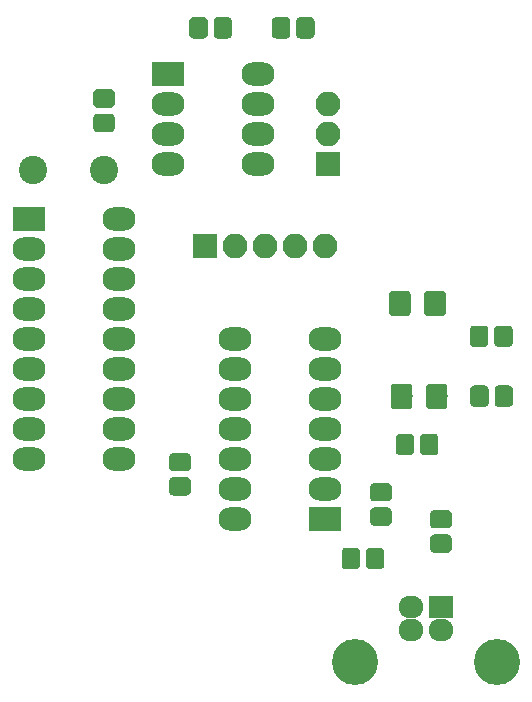
<source format=gts>
G04 #@! TF.GenerationSoftware,KiCad,Pcbnew,5.0.0*
G04 #@! TF.CreationDate,2018-09-18T18:27:37-04:00*
G04 #@! TF.ProjectId,usbdbg,7573626462672E6B696361645F706362,rev?*
G04 #@! TF.SameCoordinates,Original*
G04 #@! TF.FileFunction,Soldermask,Top*
G04 #@! TF.FilePolarity,Negative*
%FSLAX46Y46*%
G04 Gerber Fmt 4.6, Leading zero omitted, Abs format (unit mm)*
G04 Created by KiCad (PCBNEW 5.0.0) date Tue Sep 18 18:27:37 2018*
%MOMM*%
%LPD*%
G01*
G04 APERTURE LIST*
%ADD10R,2.100000X2.100000*%
%ADD11O,2.100000X2.100000*%
%ADD12R,2.800000X2.000000*%
%ADD13O,2.800000X2.000000*%
%ADD14C,0.100000*%
%ADD15C,1.550000*%
%ADD16R,2.100000X1.900000*%
%ADD17O,2.100000X1.900000*%
%ADD18C,3.900000*%
%ADD19C,1.825000*%
%ADD20C,2.400000*%
G04 APERTURE END LIST*
D10*
G04 #@! TO.C,J3*
X151000000Y-72540000D03*
D11*
X151000000Y-70000000D03*
X151000000Y-67460000D03*
G04 #@! TD*
D12*
G04 #@! TO.C,U1*
X137380000Y-64920000D03*
D13*
X145000000Y-72540000D03*
X137380000Y-67460000D03*
X145000000Y-70000000D03*
X137380000Y-70000000D03*
X145000000Y-67460000D03*
X137380000Y-72540000D03*
X145000000Y-64920000D03*
G04 #@! TD*
D14*
G04 #@! TO.C,C1*
G36*
X132596071Y-66201623D02*
X132628781Y-66206475D01*
X132660857Y-66214509D01*
X132691991Y-66225649D01*
X132721884Y-66239787D01*
X132750247Y-66256787D01*
X132776807Y-66276485D01*
X132801308Y-66298692D01*
X132823515Y-66323193D01*
X132843213Y-66349753D01*
X132860213Y-66378116D01*
X132874351Y-66408009D01*
X132885491Y-66439143D01*
X132893525Y-66471219D01*
X132898377Y-66503929D01*
X132900000Y-66536956D01*
X132900000Y-67413044D01*
X132898377Y-67446071D01*
X132893525Y-67478781D01*
X132885491Y-67510857D01*
X132874351Y-67541991D01*
X132860213Y-67571884D01*
X132843213Y-67600247D01*
X132823515Y-67626807D01*
X132801308Y-67651308D01*
X132776807Y-67673515D01*
X132750247Y-67693213D01*
X132721884Y-67710213D01*
X132691991Y-67724351D01*
X132660857Y-67735491D01*
X132628781Y-67743525D01*
X132596071Y-67748377D01*
X132563044Y-67750000D01*
X131436956Y-67750000D01*
X131403929Y-67748377D01*
X131371219Y-67743525D01*
X131339143Y-67735491D01*
X131308009Y-67724351D01*
X131278116Y-67710213D01*
X131249753Y-67693213D01*
X131223193Y-67673515D01*
X131198692Y-67651308D01*
X131176485Y-67626807D01*
X131156787Y-67600247D01*
X131139787Y-67571884D01*
X131125649Y-67541991D01*
X131114509Y-67510857D01*
X131106475Y-67478781D01*
X131101623Y-67446071D01*
X131100000Y-67413044D01*
X131100000Y-66536956D01*
X131101623Y-66503929D01*
X131106475Y-66471219D01*
X131114509Y-66439143D01*
X131125649Y-66408009D01*
X131139787Y-66378116D01*
X131156787Y-66349753D01*
X131176485Y-66323193D01*
X131198692Y-66298692D01*
X131223193Y-66276485D01*
X131249753Y-66256787D01*
X131278116Y-66239787D01*
X131308009Y-66225649D01*
X131339143Y-66214509D01*
X131371219Y-66206475D01*
X131403929Y-66201623D01*
X131436956Y-66200000D01*
X132563044Y-66200000D01*
X132596071Y-66201623D01*
X132596071Y-66201623D01*
G37*
D15*
X132000000Y-66975000D03*
D14*
G36*
X132596071Y-68251623D02*
X132628781Y-68256475D01*
X132660857Y-68264509D01*
X132691991Y-68275649D01*
X132721884Y-68289787D01*
X132750247Y-68306787D01*
X132776807Y-68326485D01*
X132801308Y-68348692D01*
X132823515Y-68373193D01*
X132843213Y-68399753D01*
X132860213Y-68428116D01*
X132874351Y-68458009D01*
X132885491Y-68489143D01*
X132893525Y-68521219D01*
X132898377Y-68553929D01*
X132900000Y-68586956D01*
X132900000Y-69463044D01*
X132898377Y-69496071D01*
X132893525Y-69528781D01*
X132885491Y-69560857D01*
X132874351Y-69591991D01*
X132860213Y-69621884D01*
X132843213Y-69650247D01*
X132823515Y-69676807D01*
X132801308Y-69701308D01*
X132776807Y-69723515D01*
X132750247Y-69743213D01*
X132721884Y-69760213D01*
X132691991Y-69774351D01*
X132660857Y-69785491D01*
X132628781Y-69793525D01*
X132596071Y-69798377D01*
X132563044Y-69800000D01*
X131436956Y-69800000D01*
X131403929Y-69798377D01*
X131371219Y-69793525D01*
X131339143Y-69785491D01*
X131308009Y-69774351D01*
X131278116Y-69760213D01*
X131249753Y-69743213D01*
X131223193Y-69723515D01*
X131198692Y-69701308D01*
X131176485Y-69676807D01*
X131156787Y-69650247D01*
X131139787Y-69621884D01*
X131125649Y-69591991D01*
X131114509Y-69560857D01*
X131106475Y-69528781D01*
X131101623Y-69496071D01*
X131100000Y-69463044D01*
X131100000Y-68586956D01*
X131101623Y-68553929D01*
X131106475Y-68521219D01*
X131114509Y-68489143D01*
X131125649Y-68458009D01*
X131139787Y-68428116D01*
X131156787Y-68399753D01*
X131176485Y-68373193D01*
X131198692Y-68348692D01*
X131223193Y-68326485D01*
X131249753Y-68306787D01*
X131278116Y-68289787D01*
X131308009Y-68275649D01*
X131339143Y-68264509D01*
X131371219Y-68256475D01*
X131403929Y-68251623D01*
X131436956Y-68250000D01*
X132563044Y-68250000D01*
X132596071Y-68251623D01*
X132596071Y-68251623D01*
G37*
D15*
X132000000Y-69025000D03*
G04 #@! TD*
D14*
G04 #@! TO.C,C2*
G36*
X139026071Y-96998623D02*
X139058781Y-97003475D01*
X139090857Y-97011509D01*
X139121991Y-97022649D01*
X139151884Y-97036787D01*
X139180247Y-97053787D01*
X139206807Y-97073485D01*
X139231308Y-97095692D01*
X139253515Y-97120193D01*
X139273213Y-97146753D01*
X139290213Y-97175116D01*
X139304351Y-97205009D01*
X139315491Y-97236143D01*
X139323525Y-97268219D01*
X139328377Y-97300929D01*
X139330000Y-97333956D01*
X139330000Y-98210044D01*
X139328377Y-98243071D01*
X139323525Y-98275781D01*
X139315491Y-98307857D01*
X139304351Y-98338991D01*
X139290213Y-98368884D01*
X139273213Y-98397247D01*
X139253515Y-98423807D01*
X139231308Y-98448308D01*
X139206807Y-98470515D01*
X139180247Y-98490213D01*
X139151884Y-98507213D01*
X139121991Y-98521351D01*
X139090857Y-98532491D01*
X139058781Y-98540525D01*
X139026071Y-98545377D01*
X138993044Y-98547000D01*
X137866956Y-98547000D01*
X137833929Y-98545377D01*
X137801219Y-98540525D01*
X137769143Y-98532491D01*
X137738009Y-98521351D01*
X137708116Y-98507213D01*
X137679753Y-98490213D01*
X137653193Y-98470515D01*
X137628692Y-98448308D01*
X137606485Y-98423807D01*
X137586787Y-98397247D01*
X137569787Y-98368884D01*
X137555649Y-98338991D01*
X137544509Y-98307857D01*
X137536475Y-98275781D01*
X137531623Y-98243071D01*
X137530000Y-98210044D01*
X137530000Y-97333956D01*
X137531623Y-97300929D01*
X137536475Y-97268219D01*
X137544509Y-97236143D01*
X137555649Y-97205009D01*
X137569787Y-97175116D01*
X137586787Y-97146753D01*
X137606485Y-97120193D01*
X137628692Y-97095692D01*
X137653193Y-97073485D01*
X137679753Y-97053787D01*
X137708116Y-97036787D01*
X137738009Y-97022649D01*
X137769143Y-97011509D01*
X137801219Y-97003475D01*
X137833929Y-96998623D01*
X137866956Y-96997000D01*
X138993044Y-96997000D01*
X139026071Y-96998623D01*
X139026071Y-96998623D01*
G37*
D15*
X138430000Y-97772000D03*
D14*
G36*
X139026071Y-99048623D02*
X139058781Y-99053475D01*
X139090857Y-99061509D01*
X139121991Y-99072649D01*
X139151884Y-99086787D01*
X139180247Y-99103787D01*
X139206807Y-99123485D01*
X139231308Y-99145692D01*
X139253515Y-99170193D01*
X139273213Y-99196753D01*
X139290213Y-99225116D01*
X139304351Y-99255009D01*
X139315491Y-99286143D01*
X139323525Y-99318219D01*
X139328377Y-99350929D01*
X139330000Y-99383956D01*
X139330000Y-100260044D01*
X139328377Y-100293071D01*
X139323525Y-100325781D01*
X139315491Y-100357857D01*
X139304351Y-100388991D01*
X139290213Y-100418884D01*
X139273213Y-100447247D01*
X139253515Y-100473807D01*
X139231308Y-100498308D01*
X139206807Y-100520515D01*
X139180247Y-100540213D01*
X139151884Y-100557213D01*
X139121991Y-100571351D01*
X139090857Y-100582491D01*
X139058781Y-100590525D01*
X139026071Y-100595377D01*
X138993044Y-100597000D01*
X137866956Y-100597000D01*
X137833929Y-100595377D01*
X137801219Y-100590525D01*
X137769143Y-100582491D01*
X137738009Y-100571351D01*
X137708116Y-100557213D01*
X137679753Y-100540213D01*
X137653193Y-100520515D01*
X137628692Y-100498308D01*
X137606485Y-100473807D01*
X137586787Y-100447247D01*
X137569787Y-100418884D01*
X137555649Y-100388991D01*
X137544509Y-100357857D01*
X137536475Y-100325781D01*
X137531623Y-100293071D01*
X137530000Y-100260044D01*
X137530000Y-99383956D01*
X137531623Y-99350929D01*
X137536475Y-99318219D01*
X137544509Y-99286143D01*
X137555649Y-99255009D01*
X137569787Y-99225116D01*
X137586787Y-99196753D01*
X137606485Y-99170193D01*
X137628692Y-99145692D01*
X137653193Y-99123485D01*
X137679753Y-99103787D01*
X137708116Y-99086787D01*
X137738009Y-99072649D01*
X137769143Y-99061509D01*
X137801219Y-99053475D01*
X137833929Y-99048623D01*
X137866956Y-99047000D01*
X138993044Y-99047000D01*
X139026071Y-99048623D01*
X139026071Y-99048623D01*
G37*
D15*
X138430000Y-99822000D03*
G04 #@! TD*
D14*
G04 #@! TO.C,C3*
G36*
X155420071Y-105019623D02*
X155452781Y-105024475D01*
X155484857Y-105032509D01*
X155515991Y-105043649D01*
X155545884Y-105057787D01*
X155574247Y-105074787D01*
X155600807Y-105094485D01*
X155625308Y-105116692D01*
X155647515Y-105141193D01*
X155667213Y-105167753D01*
X155684213Y-105196116D01*
X155698351Y-105226009D01*
X155709491Y-105257143D01*
X155717525Y-105289219D01*
X155722377Y-105321929D01*
X155724000Y-105354956D01*
X155724000Y-106481044D01*
X155722377Y-106514071D01*
X155717525Y-106546781D01*
X155709491Y-106578857D01*
X155698351Y-106609991D01*
X155684213Y-106639884D01*
X155667213Y-106668247D01*
X155647515Y-106694807D01*
X155625308Y-106719308D01*
X155600807Y-106741515D01*
X155574247Y-106761213D01*
X155545884Y-106778213D01*
X155515991Y-106792351D01*
X155484857Y-106803491D01*
X155452781Y-106811525D01*
X155420071Y-106816377D01*
X155387044Y-106818000D01*
X154510956Y-106818000D01*
X154477929Y-106816377D01*
X154445219Y-106811525D01*
X154413143Y-106803491D01*
X154382009Y-106792351D01*
X154352116Y-106778213D01*
X154323753Y-106761213D01*
X154297193Y-106741515D01*
X154272692Y-106719308D01*
X154250485Y-106694807D01*
X154230787Y-106668247D01*
X154213787Y-106639884D01*
X154199649Y-106609991D01*
X154188509Y-106578857D01*
X154180475Y-106546781D01*
X154175623Y-106514071D01*
X154174000Y-106481044D01*
X154174000Y-105354956D01*
X154175623Y-105321929D01*
X154180475Y-105289219D01*
X154188509Y-105257143D01*
X154199649Y-105226009D01*
X154213787Y-105196116D01*
X154230787Y-105167753D01*
X154250485Y-105141193D01*
X154272692Y-105116692D01*
X154297193Y-105094485D01*
X154323753Y-105074787D01*
X154352116Y-105057787D01*
X154382009Y-105043649D01*
X154413143Y-105032509D01*
X154445219Y-105024475D01*
X154477929Y-105019623D01*
X154510956Y-105018000D01*
X155387044Y-105018000D01*
X155420071Y-105019623D01*
X155420071Y-105019623D01*
G37*
D15*
X154949000Y-105918000D03*
D14*
G36*
X153370071Y-105019623D02*
X153402781Y-105024475D01*
X153434857Y-105032509D01*
X153465991Y-105043649D01*
X153495884Y-105057787D01*
X153524247Y-105074787D01*
X153550807Y-105094485D01*
X153575308Y-105116692D01*
X153597515Y-105141193D01*
X153617213Y-105167753D01*
X153634213Y-105196116D01*
X153648351Y-105226009D01*
X153659491Y-105257143D01*
X153667525Y-105289219D01*
X153672377Y-105321929D01*
X153674000Y-105354956D01*
X153674000Y-106481044D01*
X153672377Y-106514071D01*
X153667525Y-106546781D01*
X153659491Y-106578857D01*
X153648351Y-106609991D01*
X153634213Y-106639884D01*
X153617213Y-106668247D01*
X153597515Y-106694807D01*
X153575308Y-106719308D01*
X153550807Y-106741515D01*
X153524247Y-106761213D01*
X153495884Y-106778213D01*
X153465991Y-106792351D01*
X153434857Y-106803491D01*
X153402781Y-106811525D01*
X153370071Y-106816377D01*
X153337044Y-106818000D01*
X152460956Y-106818000D01*
X152427929Y-106816377D01*
X152395219Y-106811525D01*
X152363143Y-106803491D01*
X152332009Y-106792351D01*
X152302116Y-106778213D01*
X152273753Y-106761213D01*
X152247193Y-106741515D01*
X152222692Y-106719308D01*
X152200485Y-106694807D01*
X152180787Y-106668247D01*
X152163787Y-106639884D01*
X152149649Y-106609991D01*
X152138509Y-106578857D01*
X152130475Y-106546781D01*
X152125623Y-106514071D01*
X152124000Y-106481044D01*
X152124000Y-105354956D01*
X152125623Y-105321929D01*
X152130475Y-105289219D01*
X152138509Y-105257143D01*
X152149649Y-105226009D01*
X152163787Y-105196116D01*
X152180787Y-105167753D01*
X152200485Y-105141193D01*
X152222692Y-105116692D01*
X152247193Y-105094485D01*
X152273753Y-105074787D01*
X152302116Y-105057787D01*
X152332009Y-105043649D01*
X152363143Y-105032509D01*
X152395219Y-105024475D01*
X152427929Y-105019623D01*
X152460956Y-105018000D01*
X153337044Y-105018000D01*
X153370071Y-105019623D01*
X153370071Y-105019623D01*
G37*
D15*
X152899000Y-105918000D03*
G04 #@! TD*
D14*
G04 #@! TO.C,C4*
G36*
X142521071Y-60101623D02*
X142553781Y-60106475D01*
X142585857Y-60114509D01*
X142616991Y-60125649D01*
X142646884Y-60139787D01*
X142675247Y-60156787D01*
X142701807Y-60176485D01*
X142726308Y-60198692D01*
X142748515Y-60223193D01*
X142768213Y-60249753D01*
X142785213Y-60278116D01*
X142799351Y-60308009D01*
X142810491Y-60339143D01*
X142818525Y-60371219D01*
X142823377Y-60403929D01*
X142825000Y-60436956D01*
X142825000Y-61563044D01*
X142823377Y-61596071D01*
X142818525Y-61628781D01*
X142810491Y-61660857D01*
X142799351Y-61691991D01*
X142785213Y-61721884D01*
X142768213Y-61750247D01*
X142748515Y-61776807D01*
X142726308Y-61801308D01*
X142701807Y-61823515D01*
X142675247Y-61843213D01*
X142646884Y-61860213D01*
X142616991Y-61874351D01*
X142585857Y-61885491D01*
X142553781Y-61893525D01*
X142521071Y-61898377D01*
X142488044Y-61900000D01*
X141611956Y-61900000D01*
X141578929Y-61898377D01*
X141546219Y-61893525D01*
X141514143Y-61885491D01*
X141483009Y-61874351D01*
X141453116Y-61860213D01*
X141424753Y-61843213D01*
X141398193Y-61823515D01*
X141373692Y-61801308D01*
X141351485Y-61776807D01*
X141331787Y-61750247D01*
X141314787Y-61721884D01*
X141300649Y-61691991D01*
X141289509Y-61660857D01*
X141281475Y-61628781D01*
X141276623Y-61596071D01*
X141275000Y-61563044D01*
X141275000Y-60436956D01*
X141276623Y-60403929D01*
X141281475Y-60371219D01*
X141289509Y-60339143D01*
X141300649Y-60308009D01*
X141314787Y-60278116D01*
X141331787Y-60249753D01*
X141351485Y-60223193D01*
X141373692Y-60198692D01*
X141398193Y-60176485D01*
X141424753Y-60156787D01*
X141453116Y-60139787D01*
X141483009Y-60125649D01*
X141514143Y-60114509D01*
X141546219Y-60106475D01*
X141578929Y-60101623D01*
X141611956Y-60100000D01*
X142488044Y-60100000D01*
X142521071Y-60101623D01*
X142521071Y-60101623D01*
G37*
D15*
X142050000Y-61000000D03*
D14*
G36*
X140471071Y-60101623D02*
X140503781Y-60106475D01*
X140535857Y-60114509D01*
X140566991Y-60125649D01*
X140596884Y-60139787D01*
X140625247Y-60156787D01*
X140651807Y-60176485D01*
X140676308Y-60198692D01*
X140698515Y-60223193D01*
X140718213Y-60249753D01*
X140735213Y-60278116D01*
X140749351Y-60308009D01*
X140760491Y-60339143D01*
X140768525Y-60371219D01*
X140773377Y-60403929D01*
X140775000Y-60436956D01*
X140775000Y-61563044D01*
X140773377Y-61596071D01*
X140768525Y-61628781D01*
X140760491Y-61660857D01*
X140749351Y-61691991D01*
X140735213Y-61721884D01*
X140718213Y-61750247D01*
X140698515Y-61776807D01*
X140676308Y-61801308D01*
X140651807Y-61823515D01*
X140625247Y-61843213D01*
X140596884Y-61860213D01*
X140566991Y-61874351D01*
X140535857Y-61885491D01*
X140503781Y-61893525D01*
X140471071Y-61898377D01*
X140438044Y-61900000D01*
X139561956Y-61900000D01*
X139528929Y-61898377D01*
X139496219Y-61893525D01*
X139464143Y-61885491D01*
X139433009Y-61874351D01*
X139403116Y-61860213D01*
X139374753Y-61843213D01*
X139348193Y-61823515D01*
X139323692Y-61801308D01*
X139301485Y-61776807D01*
X139281787Y-61750247D01*
X139264787Y-61721884D01*
X139250649Y-61691991D01*
X139239509Y-61660857D01*
X139231475Y-61628781D01*
X139226623Y-61596071D01*
X139225000Y-61563044D01*
X139225000Y-60436956D01*
X139226623Y-60403929D01*
X139231475Y-60371219D01*
X139239509Y-60339143D01*
X139250649Y-60308009D01*
X139264787Y-60278116D01*
X139281787Y-60249753D01*
X139301485Y-60223193D01*
X139323692Y-60198692D01*
X139348193Y-60176485D01*
X139374753Y-60156787D01*
X139403116Y-60139787D01*
X139433009Y-60125649D01*
X139464143Y-60114509D01*
X139496219Y-60106475D01*
X139528929Y-60101623D01*
X139561956Y-60100000D01*
X140438044Y-60100000D01*
X140471071Y-60101623D01*
X140471071Y-60101623D01*
G37*
D15*
X140000000Y-61000000D03*
G04 #@! TD*
D10*
G04 #@! TO.C,J2*
X140568000Y-79444000D03*
D11*
X143108000Y-79444000D03*
X145648000Y-79444000D03*
X148188000Y-79444000D03*
X150728000Y-79444000D03*
G04 #@! TD*
D16*
G04 #@! TO.C,J1*
X160500000Y-110000000D03*
D17*
X158000000Y-110000000D03*
X158000000Y-112000000D03*
X160500000Y-112000000D03*
D18*
X165270000Y-114710000D03*
X153230000Y-114710000D03*
G04 #@! TD*
D14*
G04 #@! TO.C,D1*
G36*
X160643707Y-83254542D02*
X160674787Y-83259152D01*
X160705266Y-83266787D01*
X160734850Y-83277372D01*
X160763254Y-83290806D01*
X160790204Y-83306959D01*
X160815442Y-83325677D01*
X160838723Y-83346777D01*
X160859823Y-83370058D01*
X160878541Y-83395296D01*
X160894694Y-83422246D01*
X160908128Y-83450650D01*
X160918713Y-83480234D01*
X160926348Y-83510713D01*
X160930958Y-83541793D01*
X160932500Y-83573176D01*
X160932500Y-85082824D01*
X160930958Y-85114207D01*
X160926348Y-85145287D01*
X160918713Y-85175766D01*
X160908128Y-85205350D01*
X160894694Y-85233754D01*
X160878541Y-85260704D01*
X160859823Y-85285942D01*
X160838723Y-85309223D01*
X160815442Y-85330323D01*
X160790204Y-85349041D01*
X160763254Y-85365194D01*
X160734850Y-85378628D01*
X160705266Y-85389213D01*
X160674787Y-85396848D01*
X160643707Y-85401458D01*
X160612324Y-85403000D01*
X159427676Y-85403000D01*
X159396293Y-85401458D01*
X159365213Y-85396848D01*
X159334734Y-85389213D01*
X159305150Y-85378628D01*
X159276746Y-85365194D01*
X159249796Y-85349041D01*
X159224558Y-85330323D01*
X159201277Y-85309223D01*
X159180177Y-85285942D01*
X159161459Y-85260704D01*
X159145306Y-85233754D01*
X159131872Y-85205350D01*
X159121287Y-85175766D01*
X159113652Y-85145287D01*
X159109042Y-85114207D01*
X159107500Y-85082824D01*
X159107500Y-83573176D01*
X159109042Y-83541793D01*
X159113652Y-83510713D01*
X159121287Y-83480234D01*
X159131872Y-83450650D01*
X159145306Y-83422246D01*
X159161459Y-83395296D01*
X159180177Y-83370058D01*
X159201277Y-83346777D01*
X159224558Y-83325677D01*
X159249796Y-83306959D01*
X159276746Y-83290806D01*
X159305150Y-83277372D01*
X159334734Y-83266787D01*
X159365213Y-83259152D01*
X159396293Y-83254542D01*
X159427676Y-83253000D01*
X160612324Y-83253000D01*
X160643707Y-83254542D01*
X160643707Y-83254542D01*
G37*
D19*
X160020000Y-84328000D03*
D14*
G36*
X157668707Y-83254542D02*
X157699787Y-83259152D01*
X157730266Y-83266787D01*
X157759850Y-83277372D01*
X157788254Y-83290806D01*
X157815204Y-83306959D01*
X157840442Y-83325677D01*
X157863723Y-83346777D01*
X157884823Y-83370058D01*
X157903541Y-83395296D01*
X157919694Y-83422246D01*
X157933128Y-83450650D01*
X157943713Y-83480234D01*
X157951348Y-83510713D01*
X157955958Y-83541793D01*
X157957500Y-83573176D01*
X157957500Y-85082824D01*
X157955958Y-85114207D01*
X157951348Y-85145287D01*
X157943713Y-85175766D01*
X157933128Y-85205350D01*
X157919694Y-85233754D01*
X157903541Y-85260704D01*
X157884823Y-85285942D01*
X157863723Y-85309223D01*
X157840442Y-85330323D01*
X157815204Y-85349041D01*
X157788254Y-85365194D01*
X157759850Y-85378628D01*
X157730266Y-85389213D01*
X157699787Y-85396848D01*
X157668707Y-85401458D01*
X157637324Y-85403000D01*
X156452676Y-85403000D01*
X156421293Y-85401458D01*
X156390213Y-85396848D01*
X156359734Y-85389213D01*
X156330150Y-85378628D01*
X156301746Y-85365194D01*
X156274796Y-85349041D01*
X156249558Y-85330323D01*
X156226277Y-85309223D01*
X156205177Y-85285942D01*
X156186459Y-85260704D01*
X156170306Y-85233754D01*
X156156872Y-85205350D01*
X156146287Y-85175766D01*
X156138652Y-85145287D01*
X156134042Y-85114207D01*
X156132500Y-85082824D01*
X156132500Y-83573176D01*
X156134042Y-83541793D01*
X156138652Y-83510713D01*
X156146287Y-83480234D01*
X156156872Y-83450650D01*
X156170306Y-83422246D01*
X156186459Y-83395296D01*
X156205177Y-83370058D01*
X156226277Y-83346777D01*
X156249558Y-83325677D01*
X156274796Y-83306959D01*
X156301746Y-83290806D01*
X156330150Y-83277372D01*
X156359734Y-83266787D01*
X156390213Y-83259152D01*
X156421293Y-83254542D01*
X156452676Y-83253000D01*
X157637324Y-83253000D01*
X157668707Y-83254542D01*
X157668707Y-83254542D01*
G37*
D19*
X157045000Y-84328000D03*
G04 #@! TD*
D14*
G04 #@! TO.C,D2*
G36*
X157816707Y-91128542D02*
X157847787Y-91133152D01*
X157878266Y-91140787D01*
X157907850Y-91151372D01*
X157936254Y-91164806D01*
X157963204Y-91180959D01*
X157988442Y-91199677D01*
X158011723Y-91220777D01*
X158032823Y-91244058D01*
X158051541Y-91269296D01*
X158067694Y-91296246D01*
X158081128Y-91324650D01*
X158091713Y-91354234D01*
X158099348Y-91384713D01*
X158103958Y-91415793D01*
X158105500Y-91447176D01*
X158105500Y-92956824D01*
X158103958Y-92988207D01*
X158099348Y-93019287D01*
X158091713Y-93049766D01*
X158081128Y-93079350D01*
X158067694Y-93107754D01*
X158051541Y-93134704D01*
X158032823Y-93159942D01*
X158011723Y-93183223D01*
X157988442Y-93204323D01*
X157963204Y-93223041D01*
X157936254Y-93239194D01*
X157907850Y-93252628D01*
X157878266Y-93263213D01*
X157847787Y-93270848D01*
X157816707Y-93275458D01*
X157785324Y-93277000D01*
X156600676Y-93277000D01*
X156569293Y-93275458D01*
X156538213Y-93270848D01*
X156507734Y-93263213D01*
X156478150Y-93252628D01*
X156449746Y-93239194D01*
X156422796Y-93223041D01*
X156397558Y-93204323D01*
X156374277Y-93183223D01*
X156353177Y-93159942D01*
X156334459Y-93134704D01*
X156318306Y-93107754D01*
X156304872Y-93079350D01*
X156294287Y-93049766D01*
X156286652Y-93019287D01*
X156282042Y-92988207D01*
X156280500Y-92956824D01*
X156280500Y-91447176D01*
X156282042Y-91415793D01*
X156286652Y-91384713D01*
X156294287Y-91354234D01*
X156304872Y-91324650D01*
X156318306Y-91296246D01*
X156334459Y-91269296D01*
X156353177Y-91244058D01*
X156374277Y-91220777D01*
X156397558Y-91199677D01*
X156422796Y-91180959D01*
X156449746Y-91164806D01*
X156478150Y-91151372D01*
X156507734Y-91140787D01*
X156538213Y-91133152D01*
X156569293Y-91128542D01*
X156600676Y-91127000D01*
X157785324Y-91127000D01*
X157816707Y-91128542D01*
X157816707Y-91128542D01*
G37*
D19*
X157193000Y-92202000D03*
D14*
G36*
X160791707Y-91128542D02*
X160822787Y-91133152D01*
X160853266Y-91140787D01*
X160882850Y-91151372D01*
X160911254Y-91164806D01*
X160938204Y-91180959D01*
X160963442Y-91199677D01*
X160986723Y-91220777D01*
X161007823Y-91244058D01*
X161026541Y-91269296D01*
X161042694Y-91296246D01*
X161056128Y-91324650D01*
X161066713Y-91354234D01*
X161074348Y-91384713D01*
X161078958Y-91415793D01*
X161080500Y-91447176D01*
X161080500Y-92956824D01*
X161078958Y-92988207D01*
X161074348Y-93019287D01*
X161066713Y-93049766D01*
X161056128Y-93079350D01*
X161042694Y-93107754D01*
X161026541Y-93134704D01*
X161007823Y-93159942D01*
X160986723Y-93183223D01*
X160963442Y-93204323D01*
X160938204Y-93223041D01*
X160911254Y-93239194D01*
X160882850Y-93252628D01*
X160853266Y-93263213D01*
X160822787Y-93270848D01*
X160791707Y-93275458D01*
X160760324Y-93277000D01*
X159575676Y-93277000D01*
X159544293Y-93275458D01*
X159513213Y-93270848D01*
X159482734Y-93263213D01*
X159453150Y-93252628D01*
X159424746Y-93239194D01*
X159397796Y-93223041D01*
X159372558Y-93204323D01*
X159349277Y-93183223D01*
X159328177Y-93159942D01*
X159309459Y-93134704D01*
X159293306Y-93107754D01*
X159279872Y-93079350D01*
X159269287Y-93049766D01*
X159261652Y-93019287D01*
X159257042Y-92988207D01*
X159255500Y-92956824D01*
X159255500Y-91447176D01*
X159257042Y-91415793D01*
X159261652Y-91384713D01*
X159269287Y-91354234D01*
X159279872Y-91324650D01*
X159293306Y-91296246D01*
X159309459Y-91269296D01*
X159328177Y-91244058D01*
X159349277Y-91220777D01*
X159372558Y-91199677D01*
X159397796Y-91180959D01*
X159424746Y-91164806D01*
X159453150Y-91151372D01*
X159482734Y-91140787D01*
X159513213Y-91133152D01*
X159544293Y-91128542D01*
X159575676Y-91127000D01*
X160760324Y-91127000D01*
X160791707Y-91128542D01*
X160791707Y-91128542D01*
G37*
D19*
X160168000Y-92202000D03*
G04 #@! TD*
D12*
G04 #@! TO.C,U2*
X150668000Y-102544000D03*
D13*
X143048000Y-87304000D03*
X150668000Y-100004000D03*
X143048000Y-89844000D03*
X150668000Y-97464000D03*
X143048000Y-92384000D03*
X150668000Y-94924000D03*
X143048000Y-94924000D03*
X150668000Y-92384000D03*
X143048000Y-97464000D03*
X150668000Y-89844000D03*
X143048000Y-100004000D03*
X150668000Y-87304000D03*
X143048000Y-102544000D03*
G04 #@! TD*
D12*
G04 #@! TO.C,U3*
X125668000Y-77144000D03*
D13*
X133288000Y-97464000D03*
X125668000Y-79684000D03*
X133288000Y-94924000D03*
X125668000Y-82224000D03*
X133288000Y-92384000D03*
X125668000Y-84764000D03*
X133288000Y-89844000D03*
X125668000Y-87304000D03*
X133288000Y-87304000D03*
X125668000Y-89844000D03*
X133288000Y-84764000D03*
X125668000Y-92384000D03*
X133288000Y-82224000D03*
X125668000Y-94924000D03*
X133288000Y-79684000D03*
X125668000Y-97464000D03*
X133288000Y-77144000D03*
G04 #@! TD*
D14*
G04 #@! TO.C,R1*
G36*
X161124071Y-103883623D02*
X161156781Y-103888475D01*
X161188857Y-103896509D01*
X161219991Y-103907649D01*
X161249884Y-103921787D01*
X161278247Y-103938787D01*
X161304807Y-103958485D01*
X161329308Y-103980692D01*
X161351515Y-104005193D01*
X161371213Y-104031753D01*
X161388213Y-104060116D01*
X161402351Y-104090009D01*
X161413491Y-104121143D01*
X161421525Y-104153219D01*
X161426377Y-104185929D01*
X161428000Y-104218956D01*
X161428000Y-105095044D01*
X161426377Y-105128071D01*
X161421525Y-105160781D01*
X161413491Y-105192857D01*
X161402351Y-105223991D01*
X161388213Y-105253884D01*
X161371213Y-105282247D01*
X161351515Y-105308807D01*
X161329308Y-105333308D01*
X161304807Y-105355515D01*
X161278247Y-105375213D01*
X161249884Y-105392213D01*
X161219991Y-105406351D01*
X161188857Y-105417491D01*
X161156781Y-105425525D01*
X161124071Y-105430377D01*
X161091044Y-105432000D01*
X159964956Y-105432000D01*
X159931929Y-105430377D01*
X159899219Y-105425525D01*
X159867143Y-105417491D01*
X159836009Y-105406351D01*
X159806116Y-105392213D01*
X159777753Y-105375213D01*
X159751193Y-105355515D01*
X159726692Y-105333308D01*
X159704485Y-105308807D01*
X159684787Y-105282247D01*
X159667787Y-105253884D01*
X159653649Y-105223991D01*
X159642509Y-105192857D01*
X159634475Y-105160781D01*
X159629623Y-105128071D01*
X159628000Y-105095044D01*
X159628000Y-104218956D01*
X159629623Y-104185929D01*
X159634475Y-104153219D01*
X159642509Y-104121143D01*
X159653649Y-104090009D01*
X159667787Y-104060116D01*
X159684787Y-104031753D01*
X159704485Y-104005193D01*
X159726692Y-103980692D01*
X159751193Y-103958485D01*
X159777753Y-103938787D01*
X159806116Y-103921787D01*
X159836009Y-103907649D01*
X159867143Y-103896509D01*
X159899219Y-103888475D01*
X159931929Y-103883623D01*
X159964956Y-103882000D01*
X161091044Y-103882000D01*
X161124071Y-103883623D01*
X161124071Y-103883623D01*
G37*
D15*
X160528000Y-104657000D03*
D14*
G36*
X161124071Y-101833623D02*
X161156781Y-101838475D01*
X161188857Y-101846509D01*
X161219991Y-101857649D01*
X161249884Y-101871787D01*
X161278247Y-101888787D01*
X161304807Y-101908485D01*
X161329308Y-101930692D01*
X161351515Y-101955193D01*
X161371213Y-101981753D01*
X161388213Y-102010116D01*
X161402351Y-102040009D01*
X161413491Y-102071143D01*
X161421525Y-102103219D01*
X161426377Y-102135929D01*
X161428000Y-102168956D01*
X161428000Y-103045044D01*
X161426377Y-103078071D01*
X161421525Y-103110781D01*
X161413491Y-103142857D01*
X161402351Y-103173991D01*
X161388213Y-103203884D01*
X161371213Y-103232247D01*
X161351515Y-103258807D01*
X161329308Y-103283308D01*
X161304807Y-103305515D01*
X161278247Y-103325213D01*
X161249884Y-103342213D01*
X161219991Y-103356351D01*
X161188857Y-103367491D01*
X161156781Y-103375525D01*
X161124071Y-103380377D01*
X161091044Y-103382000D01*
X159964956Y-103382000D01*
X159931929Y-103380377D01*
X159899219Y-103375525D01*
X159867143Y-103367491D01*
X159836009Y-103356351D01*
X159806116Y-103342213D01*
X159777753Y-103325213D01*
X159751193Y-103305515D01*
X159726692Y-103283308D01*
X159704485Y-103258807D01*
X159684787Y-103232247D01*
X159667787Y-103203884D01*
X159653649Y-103173991D01*
X159642509Y-103142857D01*
X159634475Y-103110781D01*
X159629623Y-103078071D01*
X159628000Y-103045044D01*
X159628000Y-102168956D01*
X159629623Y-102135929D01*
X159634475Y-102103219D01*
X159642509Y-102071143D01*
X159653649Y-102040009D01*
X159667787Y-102010116D01*
X159684787Y-101981753D01*
X159704485Y-101955193D01*
X159726692Y-101930692D01*
X159751193Y-101908485D01*
X159777753Y-101888787D01*
X159806116Y-101871787D01*
X159836009Y-101857649D01*
X159867143Y-101846509D01*
X159899219Y-101838475D01*
X159931929Y-101833623D01*
X159964956Y-101832000D01*
X161091044Y-101832000D01*
X161124071Y-101833623D01*
X161124071Y-101833623D01*
G37*
D15*
X160528000Y-102607000D03*
G04 #@! TD*
D14*
G04 #@! TO.C,R2*
G36*
X160001071Y-95367623D02*
X160033781Y-95372475D01*
X160065857Y-95380509D01*
X160096991Y-95391649D01*
X160126884Y-95405787D01*
X160155247Y-95422787D01*
X160181807Y-95442485D01*
X160206308Y-95464692D01*
X160228515Y-95489193D01*
X160248213Y-95515753D01*
X160265213Y-95544116D01*
X160279351Y-95574009D01*
X160290491Y-95605143D01*
X160298525Y-95637219D01*
X160303377Y-95669929D01*
X160305000Y-95702956D01*
X160305000Y-96829044D01*
X160303377Y-96862071D01*
X160298525Y-96894781D01*
X160290491Y-96926857D01*
X160279351Y-96957991D01*
X160265213Y-96987884D01*
X160248213Y-97016247D01*
X160228515Y-97042807D01*
X160206308Y-97067308D01*
X160181807Y-97089515D01*
X160155247Y-97109213D01*
X160126884Y-97126213D01*
X160096991Y-97140351D01*
X160065857Y-97151491D01*
X160033781Y-97159525D01*
X160001071Y-97164377D01*
X159968044Y-97166000D01*
X159091956Y-97166000D01*
X159058929Y-97164377D01*
X159026219Y-97159525D01*
X158994143Y-97151491D01*
X158963009Y-97140351D01*
X158933116Y-97126213D01*
X158904753Y-97109213D01*
X158878193Y-97089515D01*
X158853692Y-97067308D01*
X158831485Y-97042807D01*
X158811787Y-97016247D01*
X158794787Y-96987884D01*
X158780649Y-96957991D01*
X158769509Y-96926857D01*
X158761475Y-96894781D01*
X158756623Y-96862071D01*
X158755000Y-96829044D01*
X158755000Y-95702956D01*
X158756623Y-95669929D01*
X158761475Y-95637219D01*
X158769509Y-95605143D01*
X158780649Y-95574009D01*
X158794787Y-95544116D01*
X158811787Y-95515753D01*
X158831485Y-95489193D01*
X158853692Y-95464692D01*
X158878193Y-95442485D01*
X158904753Y-95422787D01*
X158933116Y-95405787D01*
X158963009Y-95391649D01*
X158994143Y-95380509D01*
X159026219Y-95372475D01*
X159058929Y-95367623D01*
X159091956Y-95366000D01*
X159968044Y-95366000D01*
X160001071Y-95367623D01*
X160001071Y-95367623D01*
G37*
D15*
X159530000Y-96266000D03*
D14*
G36*
X157951071Y-95367623D02*
X157983781Y-95372475D01*
X158015857Y-95380509D01*
X158046991Y-95391649D01*
X158076884Y-95405787D01*
X158105247Y-95422787D01*
X158131807Y-95442485D01*
X158156308Y-95464692D01*
X158178515Y-95489193D01*
X158198213Y-95515753D01*
X158215213Y-95544116D01*
X158229351Y-95574009D01*
X158240491Y-95605143D01*
X158248525Y-95637219D01*
X158253377Y-95669929D01*
X158255000Y-95702956D01*
X158255000Y-96829044D01*
X158253377Y-96862071D01*
X158248525Y-96894781D01*
X158240491Y-96926857D01*
X158229351Y-96957991D01*
X158215213Y-96987884D01*
X158198213Y-97016247D01*
X158178515Y-97042807D01*
X158156308Y-97067308D01*
X158131807Y-97089515D01*
X158105247Y-97109213D01*
X158076884Y-97126213D01*
X158046991Y-97140351D01*
X158015857Y-97151491D01*
X157983781Y-97159525D01*
X157951071Y-97164377D01*
X157918044Y-97166000D01*
X157041956Y-97166000D01*
X157008929Y-97164377D01*
X156976219Y-97159525D01*
X156944143Y-97151491D01*
X156913009Y-97140351D01*
X156883116Y-97126213D01*
X156854753Y-97109213D01*
X156828193Y-97089515D01*
X156803692Y-97067308D01*
X156781485Y-97042807D01*
X156761787Y-97016247D01*
X156744787Y-96987884D01*
X156730649Y-96957991D01*
X156719509Y-96926857D01*
X156711475Y-96894781D01*
X156706623Y-96862071D01*
X156705000Y-96829044D01*
X156705000Y-95702956D01*
X156706623Y-95669929D01*
X156711475Y-95637219D01*
X156719509Y-95605143D01*
X156730649Y-95574009D01*
X156744787Y-95544116D01*
X156761787Y-95515753D01*
X156781485Y-95489193D01*
X156803692Y-95464692D01*
X156828193Y-95442485D01*
X156854753Y-95422787D01*
X156883116Y-95405787D01*
X156913009Y-95391649D01*
X156944143Y-95380509D01*
X156976219Y-95372475D01*
X157008929Y-95367623D01*
X157041956Y-95366000D01*
X157918044Y-95366000D01*
X157951071Y-95367623D01*
X157951071Y-95367623D01*
G37*
D15*
X157480000Y-96266000D03*
G04 #@! TD*
D14*
G04 #@! TO.C,R3*
G36*
X166285071Y-86201623D02*
X166317781Y-86206475D01*
X166349857Y-86214509D01*
X166380991Y-86225649D01*
X166410884Y-86239787D01*
X166439247Y-86256787D01*
X166465807Y-86276485D01*
X166490308Y-86298692D01*
X166512515Y-86323193D01*
X166532213Y-86349753D01*
X166549213Y-86378116D01*
X166563351Y-86408009D01*
X166574491Y-86439143D01*
X166582525Y-86471219D01*
X166587377Y-86503929D01*
X166589000Y-86536956D01*
X166589000Y-87663044D01*
X166587377Y-87696071D01*
X166582525Y-87728781D01*
X166574491Y-87760857D01*
X166563351Y-87791991D01*
X166549213Y-87821884D01*
X166532213Y-87850247D01*
X166512515Y-87876807D01*
X166490308Y-87901308D01*
X166465807Y-87923515D01*
X166439247Y-87943213D01*
X166410884Y-87960213D01*
X166380991Y-87974351D01*
X166349857Y-87985491D01*
X166317781Y-87993525D01*
X166285071Y-87998377D01*
X166252044Y-88000000D01*
X165375956Y-88000000D01*
X165342929Y-87998377D01*
X165310219Y-87993525D01*
X165278143Y-87985491D01*
X165247009Y-87974351D01*
X165217116Y-87960213D01*
X165188753Y-87943213D01*
X165162193Y-87923515D01*
X165137692Y-87901308D01*
X165115485Y-87876807D01*
X165095787Y-87850247D01*
X165078787Y-87821884D01*
X165064649Y-87791991D01*
X165053509Y-87760857D01*
X165045475Y-87728781D01*
X165040623Y-87696071D01*
X165039000Y-87663044D01*
X165039000Y-86536956D01*
X165040623Y-86503929D01*
X165045475Y-86471219D01*
X165053509Y-86439143D01*
X165064649Y-86408009D01*
X165078787Y-86378116D01*
X165095787Y-86349753D01*
X165115485Y-86323193D01*
X165137692Y-86298692D01*
X165162193Y-86276485D01*
X165188753Y-86256787D01*
X165217116Y-86239787D01*
X165247009Y-86225649D01*
X165278143Y-86214509D01*
X165310219Y-86206475D01*
X165342929Y-86201623D01*
X165375956Y-86200000D01*
X166252044Y-86200000D01*
X166285071Y-86201623D01*
X166285071Y-86201623D01*
G37*
D15*
X165814000Y-87100000D03*
D14*
G36*
X164235071Y-86201623D02*
X164267781Y-86206475D01*
X164299857Y-86214509D01*
X164330991Y-86225649D01*
X164360884Y-86239787D01*
X164389247Y-86256787D01*
X164415807Y-86276485D01*
X164440308Y-86298692D01*
X164462515Y-86323193D01*
X164482213Y-86349753D01*
X164499213Y-86378116D01*
X164513351Y-86408009D01*
X164524491Y-86439143D01*
X164532525Y-86471219D01*
X164537377Y-86503929D01*
X164539000Y-86536956D01*
X164539000Y-87663044D01*
X164537377Y-87696071D01*
X164532525Y-87728781D01*
X164524491Y-87760857D01*
X164513351Y-87791991D01*
X164499213Y-87821884D01*
X164482213Y-87850247D01*
X164462515Y-87876807D01*
X164440308Y-87901308D01*
X164415807Y-87923515D01*
X164389247Y-87943213D01*
X164360884Y-87960213D01*
X164330991Y-87974351D01*
X164299857Y-87985491D01*
X164267781Y-87993525D01*
X164235071Y-87998377D01*
X164202044Y-88000000D01*
X163325956Y-88000000D01*
X163292929Y-87998377D01*
X163260219Y-87993525D01*
X163228143Y-87985491D01*
X163197009Y-87974351D01*
X163167116Y-87960213D01*
X163138753Y-87943213D01*
X163112193Y-87923515D01*
X163087692Y-87901308D01*
X163065485Y-87876807D01*
X163045787Y-87850247D01*
X163028787Y-87821884D01*
X163014649Y-87791991D01*
X163003509Y-87760857D01*
X162995475Y-87728781D01*
X162990623Y-87696071D01*
X162989000Y-87663044D01*
X162989000Y-86536956D01*
X162990623Y-86503929D01*
X162995475Y-86471219D01*
X163003509Y-86439143D01*
X163014649Y-86408009D01*
X163028787Y-86378116D01*
X163045787Y-86349753D01*
X163065485Y-86323193D01*
X163087692Y-86298692D01*
X163112193Y-86276485D01*
X163138753Y-86256787D01*
X163167116Y-86239787D01*
X163197009Y-86225649D01*
X163228143Y-86214509D01*
X163260219Y-86206475D01*
X163292929Y-86201623D01*
X163325956Y-86200000D01*
X164202044Y-86200000D01*
X164235071Y-86201623D01*
X164235071Y-86201623D01*
G37*
D15*
X163764000Y-87100000D03*
G04 #@! TD*
D14*
G04 #@! TO.C,R4*
G36*
X166310071Y-91276623D02*
X166342781Y-91281475D01*
X166374857Y-91289509D01*
X166405991Y-91300649D01*
X166435884Y-91314787D01*
X166464247Y-91331787D01*
X166490807Y-91351485D01*
X166515308Y-91373692D01*
X166537515Y-91398193D01*
X166557213Y-91424753D01*
X166574213Y-91453116D01*
X166588351Y-91483009D01*
X166599491Y-91514143D01*
X166607525Y-91546219D01*
X166612377Y-91578929D01*
X166614000Y-91611956D01*
X166614000Y-92738044D01*
X166612377Y-92771071D01*
X166607525Y-92803781D01*
X166599491Y-92835857D01*
X166588351Y-92866991D01*
X166574213Y-92896884D01*
X166557213Y-92925247D01*
X166537515Y-92951807D01*
X166515308Y-92976308D01*
X166490807Y-92998515D01*
X166464247Y-93018213D01*
X166435884Y-93035213D01*
X166405991Y-93049351D01*
X166374857Y-93060491D01*
X166342781Y-93068525D01*
X166310071Y-93073377D01*
X166277044Y-93075000D01*
X165400956Y-93075000D01*
X165367929Y-93073377D01*
X165335219Y-93068525D01*
X165303143Y-93060491D01*
X165272009Y-93049351D01*
X165242116Y-93035213D01*
X165213753Y-93018213D01*
X165187193Y-92998515D01*
X165162692Y-92976308D01*
X165140485Y-92951807D01*
X165120787Y-92925247D01*
X165103787Y-92896884D01*
X165089649Y-92866991D01*
X165078509Y-92835857D01*
X165070475Y-92803781D01*
X165065623Y-92771071D01*
X165064000Y-92738044D01*
X165064000Y-91611956D01*
X165065623Y-91578929D01*
X165070475Y-91546219D01*
X165078509Y-91514143D01*
X165089649Y-91483009D01*
X165103787Y-91453116D01*
X165120787Y-91424753D01*
X165140485Y-91398193D01*
X165162692Y-91373692D01*
X165187193Y-91351485D01*
X165213753Y-91331787D01*
X165242116Y-91314787D01*
X165272009Y-91300649D01*
X165303143Y-91289509D01*
X165335219Y-91281475D01*
X165367929Y-91276623D01*
X165400956Y-91275000D01*
X166277044Y-91275000D01*
X166310071Y-91276623D01*
X166310071Y-91276623D01*
G37*
D15*
X165839000Y-92175000D03*
D14*
G36*
X164260071Y-91276623D02*
X164292781Y-91281475D01*
X164324857Y-91289509D01*
X164355991Y-91300649D01*
X164385884Y-91314787D01*
X164414247Y-91331787D01*
X164440807Y-91351485D01*
X164465308Y-91373692D01*
X164487515Y-91398193D01*
X164507213Y-91424753D01*
X164524213Y-91453116D01*
X164538351Y-91483009D01*
X164549491Y-91514143D01*
X164557525Y-91546219D01*
X164562377Y-91578929D01*
X164564000Y-91611956D01*
X164564000Y-92738044D01*
X164562377Y-92771071D01*
X164557525Y-92803781D01*
X164549491Y-92835857D01*
X164538351Y-92866991D01*
X164524213Y-92896884D01*
X164507213Y-92925247D01*
X164487515Y-92951807D01*
X164465308Y-92976308D01*
X164440807Y-92998515D01*
X164414247Y-93018213D01*
X164385884Y-93035213D01*
X164355991Y-93049351D01*
X164324857Y-93060491D01*
X164292781Y-93068525D01*
X164260071Y-93073377D01*
X164227044Y-93075000D01*
X163350956Y-93075000D01*
X163317929Y-93073377D01*
X163285219Y-93068525D01*
X163253143Y-93060491D01*
X163222009Y-93049351D01*
X163192116Y-93035213D01*
X163163753Y-93018213D01*
X163137193Y-92998515D01*
X163112692Y-92976308D01*
X163090485Y-92951807D01*
X163070787Y-92925247D01*
X163053787Y-92896884D01*
X163039649Y-92866991D01*
X163028509Y-92835857D01*
X163020475Y-92803781D01*
X163015623Y-92771071D01*
X163014000Y-92738044D01*
X163014000Y-91611956D01*
X163015623Y-91578929D01*
X163020475Y-91546219D01*
X163028509Y-91514143D01*
X163039649Y-91483009D01*
X163053787Y-91453116D01*
X163070787Y-91424753D01*
X163090485Y-91398193D01*
X163112692Y-91373692D01*
X163137193Y-91351485D01*
X163163753Y-91331787D01*
X163192116Y-91314787D01*
X163222009Y-91300649D01*
X163253143Y-91289509D01*
X163285219Y-91281475D01*
X163317929Y-91276623D01*
X163350956Y-91275000D01*
X164227044Y-91275000D01*
X164260071Y-91276623D01*
X164260071Y-91276623D01*
G37*
D15*
X163789000Y-92175000D03*
G04 #@! TD*
D14*
G04 #@! TO.C,R5*
G36*
X156044071Y-99547623D02*
X156076781Y-99552475D01*
X156108857Y-99560509D01*
X156139991Y-99571649D01*
X156169884Y-99585787D01*
X156198247Y-99602787D01*
X156224807Y-99622485D01*
X156249308Y-99644692D01*
X156271515Y-99669193D01*
X156291213Y-99695753D01*
X156308213Y-99724116D01*
X156322351Y-99754009D01*
X156333491Y-99785143D01*
X156341525Y-99817219D01*
X156346377Y-99849929D01*
X156348000Y-99882956D01*
X156348000Y-100759044D01*
X156346377Y-100792071D01*
X156341525Y-100824781D01*
X156333491Y-100856857D01*
X156322351Y-100887991D01*
X156308213Y-100917884D01*
X156291213Y-100946247D01*
X156271515Y-100972807D01*
X156249308Y-100997308D01*
X156224807Y-101019515D01*
X156198247Y-101039213D01*
X156169884Y-101056213D01*
X156139991Y-101070351D01*
X156108857Y-101081491D01*
X156076781Y-101089525D01*
X156044071Y-101094377D01*
X156011044Y-101096000D01*
X154884956Y-101096000D01*
X154851929Y-101094377D01*
X154819219Y-101089525D01*
X154787143Y-101081491D01*
X154756009Y-101070351D01*
X154726116Y-101056213D01*
X154697753Y-101039213D01*
X154671193Y-101019515D01*
X154646692Y-100997308D01*
X154624485Y-100972807D01*
X154604787Y-100946247D01*
X154587787Y-100917884D01*
X154573649Y-100887991D01*
X154562509Y-100856857D01*
X154554475Y-100824781D01*
X154549623Y-100792071D01*
X154548000Y-100759044D01*
X154548000Y-99882956D01*
X154549623Y-99849929D01*
X154554475Y-99817219D01*
X154562509Y-99785143D01*
X154573649Y-99754009D01*
X154587787Y-99724116D01*
X154604787Y-99695753D01*
X154624485Y-99669193D01*
X154646692Y-99644692D01*
X154671193Y-99622485D01*
X154697753Y-99602787D01*
X154726116Y-99585787D01*
X154756009Y-99571649D01*
X154787143Y-99560509D01*
X154819219Y-99552475D01*
X154851929Y-99547623D01*
X154884956Y-99546000D01*
X156011044Y-99546000D01*
X156044071Y-99547623D01*
X156044071Y-99547623D01*
G37*
D15*
X155448000Y-100321000D03*
D14*
G36*
X156044071Y-101597623D02*
X156076781Y-101602475D01*
X156108857Y-101610509D01*
X156139991Y-101621649D01*
X156169884Y-101635787D01*
X156198247Y-101652787D01*
X156224807Y-101672485D01*
X156249308Y-101694692D01*
X156271515Y-101719193D01*
X156291213Y-101745753D01*
X156308213Y-101774116D01*
X156322351Y-101804009D01*
X156333491Y-101835143D01*
X156341525Y-101867219D01*
X156346377Y-101899929D01*
X156348000Y-101932956D01*
X156348000Y-102809044D01*
X156346377Y-102842071D01*
X156341525Y-102874781D01*
X156333491Y-102906857D01*
X156322351Y-102937991D01*
X156308213Y-102967884D01*
X156291213Y-102996247D01*
X156271515Y-103022807D01*
X156249308Y-103047308D01*
X156224807Y-103069515D01*
X156198247Y-103089213D01*
X156169884Y-103106213D01*
X156139991Y-103120351D01*
X156108857Y-103131491D01*
X156076781Y-103139525D01*
X156044071Y-103144377D01*
X156011044Y-103146000D01*
X154884956Y-103146000D01*
X154851929Y-103144377D01*
X154819219Y-103139525D01*
X154787143Y-103131491D01*
X154756009Y-103120351D01*
X154726116Y-103106213D01*
X154697753Y-103089213D01*
X154671193Y-103069515D01*
X154646692Y-103047308D01*
X154624485Y-103022807D01*
X154604787Y-102996247D01*
X154587787Y-102967884D01*
X154573649Y-102937991D01*
X154562509Y-102906857D01*
X154554475Y-102874781D01*
X154549623Y-102842071D01*
X154548000Y-102809044D01*
X154548000Y-101932956D01*
X154549623Y-101899929D01*
X154554475Y-101867219D01*
X154562509Y-101835143D01*
X154573649Y-101804009D01*
X154587787Y-101774116D01*
X154604787Y-101745753D01*
X154624485Y-101719193D01*
X154646692Y-101694692D01*
X154671193Y-101672485D01*
X154697753Y-101652787D01*
X154726116Y-101635787D01*
X154756009Y-101621649D01*
X154787143Y-101610509D01*
X154819219Y-101602475D01*
X154851929Y-101597623D01*
X154884956Y-101596000D01*
X156011044Y-101596000D01*
X156044071Y-101597623D01*
X156044071Y-101597623D01*
G37*
D15*
X155448000Y-102371000D03*
G04 #@! TD*
D14*
G04 #@! TO.C,R6*
G36*
X149521071Y-60101623D02*
X149553781Y-60106475D01*
X149585857Y-60114509D01*
X149616991Y-60125649D01*
X149646884Y-60139787D01*
X149675247Y-60156787D01*
X149701807Y-60176485D01*
X149726308Y-60198692D01*
X149748515Y-60223193D01*
X149768213Y-60249753D01*
X149785213Y-60278116D01*
X149799351Y-60308009D01*
X149810491Y-60339143D01*
X149818525Y-60371219D01*
X149823377Y-60403929D01*
X149825000Y-60436956D01*
X149825000Y-61563044D01*
X149823377Y-61596071D01*
X149818525Y-61628781D01*
X149810491Y-61660857D01*
X149799351Y-61691991D01*
X149785213Y-61721884D01*
X149768213Y-61750247D01*
X149748515Y-61776807D01*
X149726308Y-61801308D01*
X149701807Y-61823515D01*
X149675247Y-61843213D01*
X149646884Y-61860213D01*
X149616991Y-61874351D01*
X149585857Y-61885491D01*
X149553781Y-61893525D01*
X149521071Y-61898377D01*
X149488044Y-61900000D01*
X148611956Y-61900000D01*
X148578929Y-61898377D01*
X148546219Y-61893525D01*
X148514143Y-61885491D01*
X148483009Y-61874351D01*
X148453116Y-61860213D01*
X148424753Y-61843213D01*
X148398193Y-61823515D01*
X148373692Y-61801308D01*
X148351485Y-61776807D01*
X148331787Y-61750247D01*
X148314787Y-61721884D01*
X148300649Y-61691991D01*
X148289509Y-61660857D01*
X148281475Y-61628781D01*
X148276623Y-61596071D01*
X148275000Y-61563044D01*
X148275000Y-60436956D01*
X148276623Y-60403929D01*
X148281475Y-60371219D01*
X148289509Y-60339143D01*
X148300649Y-60308009D01*
X148314787Y-60278116D01*
X148331787Y-60249753D01*
X148351485Y-60223193D01*
X148373692Y-60198692D01*
X148398193Y-60176485D01*
X148424753Y-60156787D01*
X148453116Y-60139787D01*
X148483009Y-60125649D01*
X148514143Y-60114509D01*
X148546219Y-60106475D01*
X148578929Y-60101623D01*
X148611956Y-60100000D01*
X149488044Y-60100000D01*
X149521071Y-60101623D01*
X149521071Y-60101623D01*
G37*
D15*
X149050000Y-61000000D03*
D14*
G36*
X147471071Y-60101623D02*
X147503781Y-60106475D01*
X147535857Y-60114509D01*
X147566991Y-60125649D01*
X147596884Y-60139787D01*
X147625247Y-60156787D01*
X147651807Y-60176485D01*
X147676308Y-60198692D01*
X147698515Y-60223193D01*
X147718213Y-60249753D01*
X147735213Y-60278116D01*
X147749351Y-60308009D01*
X147760491Y-60339143D01*
X147768525Y-60371219D01*
X147773377Y-60403929D01*
X147775000Y-60436956D01*
X147775000Y-61563044D01*
X147773377Y-61596071D01*
X147768525Y-61628781D01*
X147760491Y-61660857D01*
X147749351Y-61691991D01*
X147735213Y-61721884D01*
X147718213Y-61750247D01*
X147698515Y-61776807D01*
X147676308Y-61801308D01*
X147651807Y-61823515D01*
X147625247Y-61843213D01*
X147596884Y-61860213D01*
X147566991Y-61874351D01*
X147535857Y-61885491D01*
X147503781Y-61893525D01*
X147471071Y-61898377D01*
X147438044Y-61900000D01*
X146561956Y-61900000D01*
X146528929Y-61898377D01*
X146496219Y-61893525D01*
X146464143Y-61885491D01*
X146433009Y-61874351D01*
X146403116Y-61860213D01*
X146374753Y-61843213D01*
X146348193Y-61823515D01*
X146323692Y-61801308D01*
X146301485Y-61776807D01*
X146281787Y-61750247D01*
X146264787Y-61721884D01*
X146250649Y-61691991D01*
X146239509Y-61660857D01*
X146231475Y-61628781D01*
X146226623Y-61596071D01*
X146225000Y-61563044D01*
X146225000Y-60436956D01*
X146226623Y-60403929D01*
X146231475Y-60371219D01*
X146239509Y-60339143D01*
X146250649Y-60308009D01*
X146264787Y-60278116D01*
X146281787Y-60249753D01*
X146301485Y-60223193D01*
X146323692Y-60198692D01*
X146348193Y-60176485D01*
X146374753Y-60156787D01*
X146403116Y-60139787D01*
X146433009Y-60125649D01*
X146464143Y-60114509D01*
X146496219Y-60106475D01*
X146528929Y-60101623D01*
X146561956Y-60100000D01*
X147438044Y-60100000D01*
X147471071Y-60101623D01*
X147471071Y-60101623D01*
G37*
D15*
X147000000Y-61000000D03*
G04 #@! TD*
D20*
G04 #@! TO.C,TP2*
X132000000Y-73000000D03*
G04 #@! TD*
G04 #@! TO.C,TP1*
X126000000Y-73000000D03*
G04 #@! TD*
M02*

</source>
